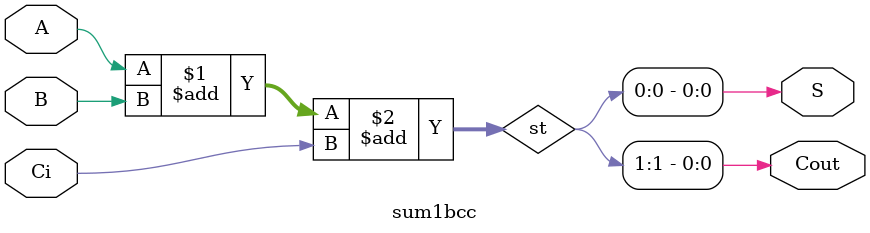
<source format=v>
`timescale 1ns / 1ps

// Se crea un modulo de nombre sum1bcc, el cual tiene como entradas A, B y Ci y como salidas Cout, S.
module sum1bcc (A, B, Ci,Cout,S);

  input  A;
  input  B;
  input  Ci; 
  output Cout;
  output S;
// Se crea un wire de nombre st como un bus de 2-bit, siendo st[1] el mas significativo y st[0] el menos significativo.
  wire [1:0] st;
// Se asigna el bit 0 de st a la variable de salida S pues en esta se almacena el resultado de la suma. 
  assign S = st[0];
// Se asigna el bit 1 de st a la variable de salida Cout pues en esta se almacena el carry de salida. 
  assign Cout = st[1];
// Se asigna a el bus st la suma de A, B y del carry de entrada.
  assign st  = 	A+B+Ci;
 
// Se culmina el bloque creado.  
endmodule


</source>
